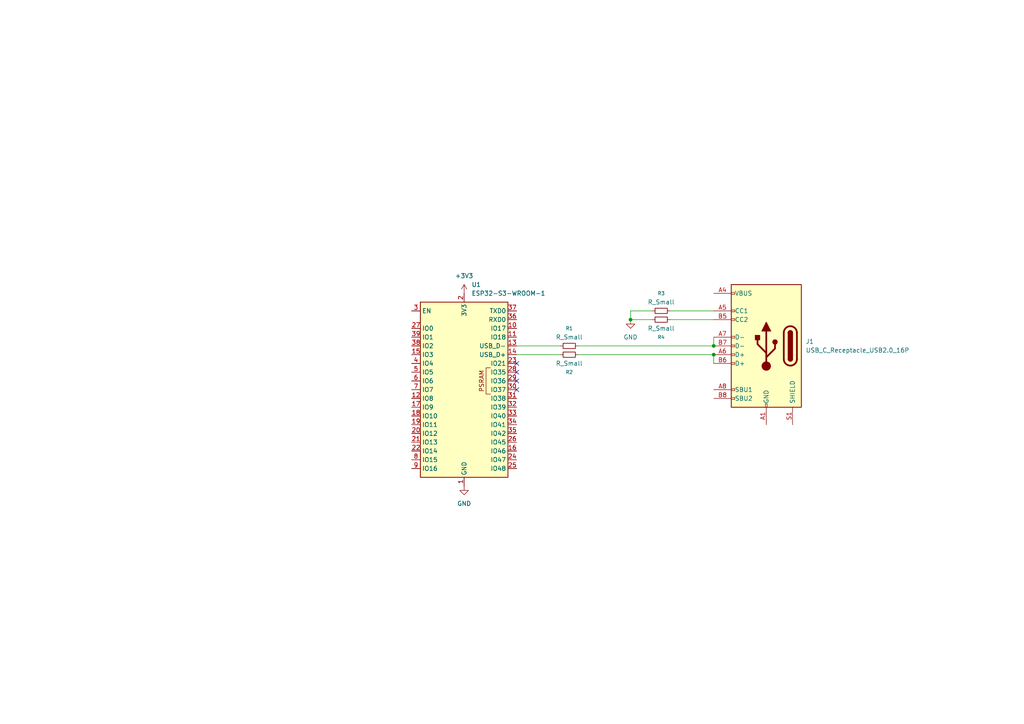
<source format=kicad_sch>
(kicad_sch (version 20250114) (generator "eeschema") (generator_version "9.0")
  (paper "A4")
  (lib_symbols
    (symbol "Connector:USB_C_Receptacle_USB2.0_16P" (pin_names (offset 1.016))
      (property "Reference" "J" (at 0 22.225 0))
      (property "Value" "USB_C_Receptacle_USB2.0_16P" (at 0 19.685 0))
      (symbol "USB_C_Receptacle_USB2.0_16P_0_0"
        (rectangle (start -0.254 -17.78) (end 0.254 -16.764))
        (rectangle (start 10.16 15.494) (end 9.144 14.986))
        (rectangle (start 10.16 10.414) (end 9.144 9.906))
        (rectangle (start 10.16 7.874) (end 9.144 7.366))
        (rectangle (start 10.16 2.794) (end 9.144 2.286))
        (rectangle (start 10.16 0.254) (end 9.144 -0.254))
        (rectangle (start 10.16 -2.286) (end 9.144 -2.794))
        (rectangle (start 10.16 -4.826) (end 9.144 -5.334))
        (rectangle (start 10.16 -12.446) (end 9.144 -12.954))
        (rectangle (start 10.16 -14.986) (end 9.144 -15.494))
      )
      (symbol "USB_C_Receptacle_USB2.0_16P_0_1"
        (rectangle (start -10.16 17.78) (end 10.16 -17.78) (stroke (width 0.254)) (fill (type background)))
        (polyline (pts (xy -8.89 -3.81) (xy -8.89 3.81)) (stroke (width 0.508)))
        (rectangle (start -7.62 -3.81) (end -6.35 3.81) (stroke (width 0.254)) (fill (type outline)))
        (arc (start -7.62 3.81) (mid -6.985 4.4423) (end -6.35 3.81) (stroke (width 0.254)))
        (arc (start -7.62 3.81) (mid -6.985 4.4423) (end -6.35 3.81) (stroke (width 0.254)) (fill (type outline)))
        (arc (start -8.89 3.81) (mid -6.985 5.7067) (end -5.08 3.81) (stroke (width 0.508)))
        (arc (start -5.08 -3.81) (mid -6.985 -5.7067) (end -8.89 -3.81) (stroke (width 0.508)))
        (arc (start -6.35 -3.81) (mid -6.985 -4.4423) (end -7.62 -3.81) (stroke (width 0.254)))
        (arc (start -6.35 -3.81) (mid -6.985 -4.4423) (end -7.62 -3.81) (stroke (width 0.254)) (fill (type outline)))
        (polyline (pts (xy -5.08 3.81) (xy -5.08 -3.81)) (stroke (width 0.508)))
        (circle (center -2.54 1.143) (radius 0.635) (stroke (width 0.254)) (fill (type outline)))
        (polyline (pts (xy -1.27 4.318) (xy 0 6.858) (xy 1.27 4.318) (xy -1.27 4.318)) (stroke (width 0.254)) (fill (type outline)))
        (polyline (pts (xy 0 -2.032) (xy 2.54 0.508) (xy 2.54 1.778)) (stroke (width 0.508)))
        (polyline (pts (xy 0 -3.302) (xy -2.54 -0.762) (xy -2.54 0.508)) (stroke (width 0.508)))
        (polyline (pts (xy 0 -5.842) (xy 0 4.318)) (stroke (width 0.508)))
        (circle (center 0 -5.842) (radius 1.27) (fill (type outline)))
        (rectangle (start 1.905 1.778) (end 3.175 3.048) (stroke (width 0.254)) (fill (type outline)))
      )
      (symbol "USB_C_Receptacle_USB2.0_16P_1_1"
        (pin passive line (at -7.62 -22.86 90) (length 5.08) (name "SHIELD") (number "S1"))
        (pin passive line (at 0 -22.86 90) (length 5.08) (name "GND") (number "A1"))
        (pin passive line (at 0 -22.86 90) (length 5.08) (hide yes) (name "GND") (number "A12"))
        (pin passive line (at 0 -22.86 90) (length 5.08) (hide yes) (name "GND") (number "B1"))
        (pin passive line (at 0 -22.86 90) (length 5.08) (hide yes) (name "GND") (number "B12"))
        (pin passive line (at 15.24 15.24 180) (length 5.08) (name "VBUS") (number "A4"))
        (pin passive line (at 15.24 15.24 180) (length 5.08) (hide yes) (name "VBUS") (number "A9"))
        (pin passive line (at 15.24 15.24 180) (length 5.08) (hide yes) (name "VBUS") (number "B4"))
        (pin passive line (at 15.24 15.24 180) (length 5.08) (hide yes) (name "VBUS") (number "B9"))
        (pin bidirectional line (at 15.24 10.16 180) (length 5.08) (name "CC1") (number "A5"))
        (pin bidirectional line (at 15.24 7.62 180) (length 5.08) (name "CC2") (number "B5"))
        (pin bidirectional line (at 15.24 2.54 180) (length 5.08) (name "D-") (number "A7"))
        (pin bidirectional line (at 15.24 0 180) (length 5.08) (name "D-") (number "B7"))
        (pin bidirectional line (at 15.24 -2.54 180) (length 5.08) (name "D+") (number "A6"))
        (pin bidirectional line (at 15.24 -5.08 180) (length 5.08) (name "D+") (number "B6"))
        (pin bidirectional line (at 15.24 -12.7 180) (length 5.08) (name "SBU1") (number "A8"))
        (pin bidirectional line (at 15.24 -15.24 180) (length 5.08) (name "SBU2") (number "B8"))
      )
    )
    (symbol "Device:R_Small" (pin_numbers (hide yes)) (pin_names (offset 0.254) (hide yes))
      (property "Reference" "R" (at 0 0 90))
      (property "Value" "R_Small" (at 1.778 0 90))
      (symbol "R_Small_0_1"
        (rectangle (start -0.762 1.778) (end 0.762 -1.778) (stroke (width 0.2032)))
      )
      (symbol "R_Small_1_1"
        (pin passive line (at 0 2.54 270) (length 0.762) (name "~") (number "1"))
        (pin passive line (at 0 -2.54 90) (length 0.762) (name "~") (number "2"))
      )
    )
    (symbol "RF_Module:ESP32-S3-WROOM-1"
      (property "Reference" "U" (at -12.7 26.67 0))
      (property "Value" "ESP32-S3-WROOM-1" (at 12.7 26.67 0))
      (symbol "ESP32-S3-WROOM-1_0_0"
        (rectangle (start -12.7 25.4) (end 12.7 -25.4) (stroke (width 0.254)) (fill (type background)))
        (text "PSRAM" (at 5.08 2.54 900) (effects (font (size 1.27 1.27))))
      )
      (symbol "ESP32-S3-WROOM-1_0_1"
        (polyline (pts (xy 7.62 -1.27) (xy 6.35 -1.27) (xy 6.35 6.35) (xy 7.62 6.35)))
      )
      (symbol "ESP32-S3-WROOM-1_1_1"
        (pin input line (at -15.24 22.86 0) (length 2.54) (name "EN") (number "3"))
        (pin bidirectional line (at -15.24 17.78 0) (length 2.54) (name "IO0") (number "27"))
        (pin bidirectional line (at -15.24 15.24 0) (length 2.54) (name "IO1") (number "39"))
        (pin bidirectional line (at -15.24 12.7 0) (length 2.54) (name "IO2") (number "38"))
        (pin bidirectional line (at -15.24 10.16 0) (length 2.54) (name "IO3") (number "15"))
        (pin bidirectional line (at -15.24 7.62 0) (length 2.54) (name "IO4") (number "4"))
        (pin bidirectional line (at -15.24 5.08 0) (length 2.54) (name "IO5") (number "5"))
        (pin bidirectional line (at -15.24 2.54 0) (length 2.54) (name "IO6") (number "6"))
        (pin bidirectional line (at -15.24 0 0) (length 2.54) (name "IO7") (number "7"))
        (pin bidirectional line (at -15.24 -2.54 0) (length 2.54) (name "IO8") (number "12"))
        (pin bidirectional line (at -15.24 -5.08 0) (length 2.54) (name "IO9") (number "17"))
        (pin bidirectional line (at -15.24 -7.62 0) (length 2.54) (name "IO10") (number "18"))
        (pin bidirectional line (at -15.24 -10.16 0) (length 2.54) (name "IO11") (number "19"))
        (pin bidirectional line (at -15.24 -12.7 0) (length 2.54) (name "IO12") (number "20"))
        (pin bidirectional line (at -15.24 -15.24 0) (length 2.54) (name "IO13") (number "21"))
        (pin bidirectional line (at -15.24 -17.78 0) (length 2.54) (name "IO14") (number "22"))
        (pin bidirectional line (at -15.24 -20.32 0) (length 2.54) (name "IO15") (number "8"))
        (pin bidirectional line (at -15.24 -22.86 0) (length 2.54) (name "IO16") (number "9"))
        (pin power_in line (at 0 27.94 270) (length 2.54) (name "3V3") (number "2"))
        (pin power_in line (at 0 -27.94 90) (length 2.54) (name "GND") (number "1"))
        (pin passive line (at 0 -27.94 90) (length 2.54) (hide yes) (name "GND") (number "40"))
        (pin passive line (at 0 -27.94 90) (length 2.54) (hide yes) (name "GND") (number "41"))
        (pin bidirectional line (at 15.24 22.86 180) (length 2.54) (name "TXD0") (number "37"))
        (pin bidirectional line (at 15.24 20.32 180) (length 2.54) (name "RXD0") (number "36"))
        (pin bidirectional line (at 15.24 17.78 180) (length 2.54) (name "IO17") (number "10"))
        (pin bidirectional line (at 15.24 15.24 180) (length 2.54) (name "IO18") (number "11"))
        (pin bidirectional line (at 15.24 12.7 180) (length 2.54) (name "USB_D-") (number "13"))
        (pin bidirectional line (at 15.24 10.16 180) (length 2.54) (name "USB_D+") (number "14"))
        (pin bidirectional line (at 15.24 7.62 180) (length 2.54) (name "IO21") (number "23"))
        (pin bidirectional line (at 15.24 5.08 180) (length 2.54) (name "IO35") (number "28"))
        (pin bidirectional line (at 15.24 2.54 180) (length 2.54) (name "IO36") (number "29"))
        (pin bidirectional line (at 15.24 0 180) (length 2.54) (name "IO37") (number "30"))
        (pin bidirectional line (at 15.24 -2.54 180) (length 2.54) (name "IO38") (number "31"))
        (pin bidirectional line (at 15.24 -5.08 180) (length 2.54) (name "IO39") (number "32"))
        (pin bidirectional line (at 15.24 -7.62 180) (length 2.54) (name "IO40") (number "33"))
        (pin bidirectional line (at 15.24 -10.16 180) (length 2.54) (name "IO41") (number "34"))
        (pin bidirectional line (at 15.24 -12.7 180) (length 2.54) (name "IO42") (number "35"))
        (pin bidirectional line (at 15.24 -15.24 180) (length 2.54) (name "IO45") (number "26"))
        (pin bidirectional line (at 15.24 -17.78 180) (length 2.54) (name "IO46") (number "16"))
        (pin bidirectional line (at 15.24 -20.32 180) (length 2.54) (name "IO47") (number "24"))
        (pin bidirectional line (at 15.24 -22.86 180) (length 2.54) (name "IO48") (number "25"))
      )
    )
    (symbol "power:+3V3" (power) (pin_numbers (hide yes)) (pin_names (offset 0) (hide yes))
      (property "Value" "+3V3" (at 0 3.556 0))
      (symbol "+3V3_0_1"
        (polyline (pts (xy -0.762 1.27) (xy 0 2.54)))
        (polyline (pts (xy 0 2.54) (xy 0.762 1.27)))
        (polyline (pts (xy 0 0) (xy 0 2.54)))
      )
      (symbol "+3V3_1_1"
        (pin power_in line (at 0 0 90) (length 0) (name "~") (number "1"))
      )
    )
    (symbol "power:GND" (power) (pin_numbers (hide yes)) (pin_names (offset 0) (hide yes))
      (property "Value" "GND" (at 0 -3.81 0))
      (symbol "GND_0_1"
        (polyline (pts (xy 0 0) (xy 0 -1.27) (xy 1.27 -1.27) (xy 0 -2.54) (xy -1.27 -1.27) (xy 0 -1.27)))
      )
      (symbol "GND_1_1"
        (pin power_in line (at 0 0 270) (length 0) (name "~") (number "1"))
      )
    )
  )
  (junction (at 207.01 102.87))
  (junction (at 207.01 100.33))
  (junction (at 182.88 92.71))
  (no_connect (at 149.86 105.41))
  (no_connect (at 149.86 113.03))
  (no_connect (at 149.86 110.49))
  (no_connect (at 149.86 107.95))
  (wire (pts (xy 182.88 90.17) (xy 182.88 92.71)))
  (wire (pts (xy 207.01 97.79) (xy 207.01 100.33)))
  (wire (pts (xy 207.01 102.87) (xy 207.01 105.41)))
  (wire (pts (xy 162.56 100.33) (xy 149.86 100.33)))
  (wire (pts (xy 182.88 92.71) (xy 189.23 92.71)))
  (wire (pts (xy 162.56 102.87) (xy 149.86 102.87)))
  (wire (pts (xy 194.31 90.17) (xy 207.01 90.17)))
  (wire (pts (xy 167.64 102.87) (xy 207.01 102.87)))
  (wire (pts (xy 189.23 90.17) (xy 182.88 90.17)))
  (wire (pts (xy 167.64 100.33) (xy 207.01 100.33)))
  (wire (pts (xy 194.31 92.71) (xy 207.01 92.71)))
  (symbol (lib_id "Device:R_Small") (at 191.77 92.71 90) (mirror x) (unit 1)
    (property "Reference" "R4" (at 191.77 97.79 90) (effects (font (size 1.016 1.016))))
    (property "Value" "R_Small" (at 191.77 95.25 90))
    (property "Footprint" "Resistor_SMD:R_0402_1005Metric" (effects (hide yes)))
    (property "Description" "Resistor, small symbol" (effects (hide yes)))
  )
  (symbol (lib_id "RF_Module:ESP32-S3-WROOM-1") (at 134.62 113.03 0) (unit 1)
    (property "Reference" "U1" (at 136.7633 82.55 0) (effects (justify left)))
    (property "Value" "ESP32-S3-WROOM-1" (at 136.7633 85.09 0) (effects (justify left)))
    (property "Footprint" "RF_Module:ESP32-S3-WROOM-1" (effects (hide yes)))
    (property "Datasheet" "https://www.espressif.com/sites/default/files/documentation/esp32-s3-wroom-1_wroom-1u_datasheet_en.pdf" (effects (hide yes)))
    (property "Description" "RF Module, ESP32-S3 SoC, Wi-Fi 802.11b/g/n, Bluetooth, BLE, 32-bit, 3.3V, onboard antenna, SMD" (effects (hide yes)))
  )
  (symbol (lib_id "Device:R_Small") (at 165.1 102.87 90) (mirror x) (unit 1)
    (property "Reference" "R2" (at 165.1 107.95 90) (effects (font (size 1.016 1.016))))
    (property "Value" "R_Small" (at 165.1 105.41 90))
    (property "Footprint" "Resistor_SMD:R_0402_1005Metric" (effects (hide yes)))
    (property "Description" "Resistor, small symbol" (effects (hide yes)))
  )
  (symbol (lib_id "Device:R_Small") (at 165.1 100.33 90) (unit 1)
    (property "Reference" "R1" (at 165.1 95.25 90) (effects (font (size 1.016 1.016))))
    (property "Value" "R_Small" (at 165.1 97.79 90))
    (property "Footprint" "Resistor_SMD:R_0402_1005Metric" (effects (hide yes)))
    (property "Description" "Resistor, small symbol" (effects (hide yes)))
  )
  (symbol (lib_id "power:GND") (at 182.88 92.71 0) (unit 1)
    (property "Reference" "#PWR03" (effects (hide yes)))
    (property "Value" "GND" (at 182.88 97.79 0))
    (property "Description" "Power symbol creates a global label with name \"GND\" , ground" (effects (hide yes)))
  )
  (symbol (lib_id "Device:R_Small") (at 191.77 90.17 90) (unit 1)
    (property "Reference" "R3" (at 191.77 85.09 90) (effects (font (size 1.016 1.016))))
    (property "Value" "R_Small" (at 191.77 87.63 90))
    (property "Footprint" "Resistor_SMD:R_0402_1005Metric" (effects (hide yes)))
    (property "Description" "Resistor, small symbol" (effects (hide yes)))
  )
  (symbol (lib_id "power:+3V3") (at 134.62 85.09 0) (unit 1)
    (property "Reference" "#PWR01" (effects (hide yes)))
    (property "Value" "+3V3" (at 134.62 80.01 0))
    (property "Description" "Power symbol creates a global label with name \"+3V3\"" (effects (hide yes)))
  )
  (symbol (lib_id "Connector:USB_C_Receptacle_USB2.0_16P") (at 222.25 100.33 0) (mirror y) (unit 1)
    (property "Reference" "J1" (at 233.68 99.0599 0) (effects (justify right)))
    (property "Value" "USB_C_Receptacle_USB2.0_16P" (at 233.68 101.5999 0) (effects (justify right)))
    (property "Footprint" "Connector_USB:USB_C_Receptacle_G-Switch_GT-USB-7010ASV" (effects (hide yes)))
    (property "Datasheet" "https://www.usb.org/sites/default/files/documents/usb_type-c.zip" (effects (hide yes)))
    (property "Description" "USB 2.0-only 16P Type-C Receptacle connector" (effects (hide yes)))
  )
  (symbol (lib_id "power:GND") (at 134.62 140.97 0) (unit 1)
    (property "Reference" "#PWR02" (effects (hide yes)))
    (property "Value" "GND" (at 134.62 146.05 0))
    (property "Description" "Power symbol creates a global label with name \"GND\" , ground" (effects (hide yes)))
  )
)
</source>
